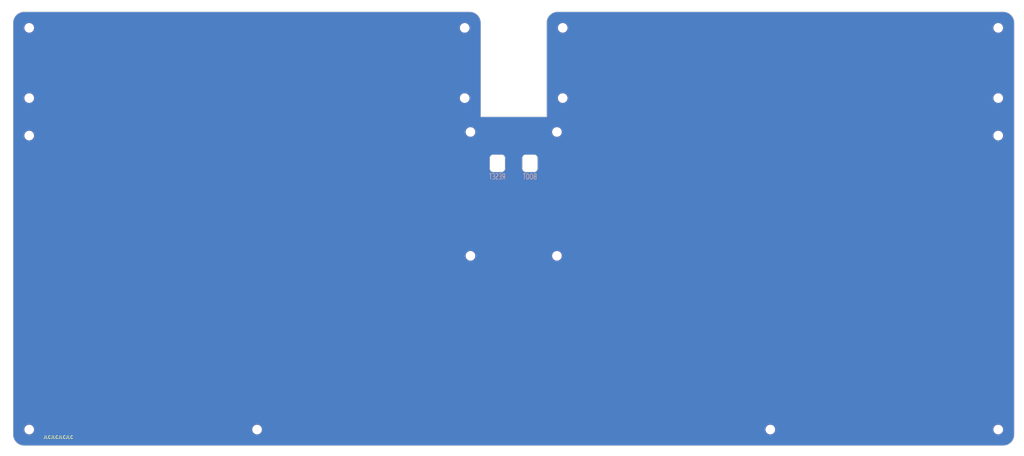
<source format=kicad_pcb>
(kicad_pcb (version 20221018) (generator pcbnew)
  (title_block (title "ISW-OOZY") (rev "1.0"))
  (layers (0 "F.Cu" signal) (31 "B.Cu" signal) (34 "B.Paste" user) (35 "F.Paste" user) (36 "B.SilkS" user "B.Silkscreen") (37 "F.SilkS" user "F.Silkscreen") (38 "B.Mask" user) (39 "F.Mask" user) (44 "Edge.Cuts" user))
  (net 0 "")
  (footprint "kbd_Hole:m2_Screw_Hole" (layer "F.Cu") (at 151.778429 94.452691)
    (fp_text reference "Ref**")
    (fp_text value "Val**")
    (pad "" np_thru_hole circle (at 0 0) (size 2.2 2.2) (drill 2.2) (layers "F&B.Cu" "*.Mask"))
  )
  (footprint "kbd_Hole:m2_Screw_Hole" (layer "F.Cu") (at 151.778429 60.177697)
    (fp_text reference "Ref**")
    (fp_text value "Val**")
    (pad "" np_thru_hole circle (at 0 0) (size 2.2 2.2) (drill 2.2) (layers "F&B.Cu" "*.Mask"))
  )
  (footprint "kbd_Hole:m2_Screw_Hole" (layer "F.Cu") (at 234.752821 142.521478)
    (fp_text reference "Ref**")
    (fp_text value "Val**")
    (pad "" np_thru_hole circle (at 0 0) (size 2.2 2.2) (drill 2.2) (layers "F&B.Cu" "*.Mask"))
  )
  (footprint "kbd_Hole:m2_Screw_Hole" (layer "F.Cu") (at 177.302244 31.371462)
    (fp_text reference "Ref**")
    (fp_text value "Val**")
    (pad "" np_thru_hole circle (at 0 0) (size 2.2 2.2) (drill 2.2) (layers "F&B.Cu" "*.Mask"))
  )
  (footprint "kbd_Hole:m2_Screw_Hole" (layer "F.Cu") (at 150.178232 31.371462)
    (fp_text reference "Ref**")
    (fp_text value "Val**")
    (pad "" np_thru_hole circle (at 0 0) (size 2.2 2.2) (drill 2.2) (layers "F&B.Cu" "*.Mask"))
  )
  (footprint "kbd_Hole:m2_Screw_Hole" (layer "F.Cu") (at 177.302244 50.802809)
    (fp_text reference "Ref**")
    (fp_text value "Val**")
    (pad "" np_thru_hole circle (at 0 0) (size 2.2 2.2) (drill 2.2) (layers "F&B.Cu" "*.Mask"))
  )
  (footprint "kbd_Hole:m2_Screw_Hole" (layer "F.Cu") (at 297.815 142.521478)
    (fp_text reference "Ref**")
    (fp_text value "Val**")
    (pad "" np_thru_hole circle (at 0 0) (size 2.2 2.2) (drill 2.2) (layers "F&B.Cu" "*.Mask"))
  )
  (footprint "kbd_Hole:m2_Screw_Hole" (layer "F.Cu") (at 29.665335 61.17764)
    (fp_text reference "Ref**")
    (fp_text value "Val**")
    (pad "" np_thru_hole circle (at 0 0) (size 2.2 2.2) (drill 2.2) (layers "F&B.Cu" "*.Mask"))
  )
  (footprint "kbd_Hole:m2_Screw_Hole" (layer "F.Cu") (at 297.815 61.17764)
    (fp_text reference "Ref**")
    (fp_text value "Val**")
    (pad "" np_thru_hole circle (at 0 0) (size 2.2 2.2) (drill 2.2) (layers "F&B.Cu" "*.Mask"))
  )
  (footprint "kbd_Hole:m2_Screw_Hole" (layer "F.Cu") (at 29.665335 31.371462)
    (fp_text reference "Ref**")
    (fp_text value "Val**")
    (pad "" np_thru_hole circle (at 0 0) (size 2.2 2.2) (drill 2.2) (layers "*.Cu" "*.Mask"))
  )
  (footprint "kbd_Hole:m2_Screw_Hole" (layer "F.Cu") (at 92.727674 142.521478)
    (fp_text reference "Ref**")
    (fp_text value "Val**")
    (pad "" np_thru_hole circle (at 0 0) (size 2.2 2.2) (drill 2.2) (layers "F&B.Cu" "*.Mask"))
  )
  (footprint "kbd_Hole:m2_Screw_Hole" (layer "F.Cu") (at 297.815 31.371462)
    (fp_text reference "Ref**")
    (fp_text value "Val**")
    (pad "" np_thru_hole circle (at 0 0) (size 2.2 2.2) (drill 2.2) (layers "F&B.Cu" "*.Mask"))
  )
  (footprint "kbd_Hole:m2_Screw_Hole" (layer "F.Cu") (at 175.702223 94.452691)
    (fp_text reference "Ref**")
    (fp_text value "Val**")
    (pad "" np_thru_hole circle (at 0 0) (size 2.2 2.2) (drill 2.2) (layers "F&B.Cu" "*.Mask"))
  )
  (footprint "kbd_Hole:m2_Screw_Hole" (layer "F.Cu") (at 150.178232 50.802809)
    (fp_text reference "Ref**")
    (fp_text value "Val**")
    (pad "" np_thru_hole circle (at 0 0) (size 2.2 2.2) (drill 2.2) (layers "F&B.Cu" "*.Mask"))
  )
  (footprint "kbd_Hole:m2_Screw_Hole" (layer "F.Cu") (at 29.665335 142.521478)
    (fp_text reference "Ref**")
    (fp_text value "Val**")
    (pad "" np_thru_hole circle (at 0 0) (size 2.2 2.2) (drill 2.2) (layers "F&B.Cu" "*.Mask"))
  )
  (footprint "kbd_Hole:m2_Screw_Hole" (layer "F.Cu") (at 29.665335 50.802809)
    (fp_text reference "Ref**")
    (fp_text value "Val**")
    (pad "" np_thru_hole circle (at 0 0) (size 2.2 2.2) (drill 2.2) (layers "F&B.Cu" "*.Mask"))
  )
  (footprint "kbd_Hole:m2_Screw_Hole" (layer "F.Cu") (at 175.702223 60.177697)
    (fp_text reference "Ref**")
    (fp_text value "Val**")
    (pad "" np_thru_hole circle (at 0 0) (size 2.2 2.2) (drill 2.2) (layers "F&B.Cu" "*.Mask"))
  )
  (footprint "kbd_Hole:m2_Screw_Hole" (layer "F.Cu") (at 297.815 50.802809)
    (fp_text reference "Ref**")
    (fp_text value "Val**")
    (pad "" np_thru_hole circle (at 0 0) (size 2.2 2.2) (drill 2.2) (layers "F&B.Cu" "*.Mask"))
  )
  (gr_line (start 27.072871 27.182443) (end 27.209082 27.1287) (stroke (width 0.1)) (layer "Edge.Cuts"))
  (gr_line (start 173.860382 27.726246) (end 173.96926 27.631928) (stroke (width 0.1)) (layer "Edge.Cuts"))
  (gr_line (start 166.504078 66.681191) (end 166.541863 66.651492) (stroke (width 0.1)) (layer "Edge.Cuts"))
  (gr_line (start 175.722759 26.950477) (end 175.877028 26.946571) (stroke (width 0.1)) (layer "Edge.Cuts"))
  (gr_line (start 299.696794 146.911884) (end 299.54674 146.930976) (stroke (width 0.1)) (layer "Edge.Cuts"))
  (gr_line (start 157.663638 66.573488) (end 157.706758 66.551394) (stroke (width 0.1)) (layer "Edge.Cuts"))
  (gr_line (start 166.284875 70.771082) (end 166.260786 70.729215) (stroke (width 0.1)) (layer "Edge.Cuts"))
  (gr_line (start 166.145194 70.354999) (end 166.14133 70.304258) (stroke (width 0.1)) (layer "Edge.Cuts"))
  (gr_line (start 161.047098 70.95964) (end 161.01236 70.992754) (stroke (width 0.1)) (layer "Edge.Cuts"))
  (gr_line (start 169.976128 66.681191) (end 170.012421 66.712632) (stroke (width 0.1)) (layer "Edge.Cuts"))
  (gr_line (start 28.085856 146.94257) (end 27.933588 146.930976) (stroke (width 0.1)) (layer "Edge.Cuts"))
  (gr_line (start 160.589869 66.484228) (end 160.637318 66.497712) (stroke (width 0.1)) (layer "Edge.Cuts"))
  (gr_line (start 161.33495 70.354999) (end 161.328587 70.405006) (stroke (width 0.1)) (layer "Edge.Cuts"))
  (gr_line (start 301.554769 28.038684) (end 301.643868 28.152028) (stroke (width 0.1)) (layer "Edge.Cuts"))
  (gr_line (start 28.085856 26.950461) (end 28.240138 26.946555) (stroke (width 0.1)) (layer "Edge.Cuts"))
  (gr_line (start 300.271211 146.764313) (end 300.131855 146.811507) (stroke (width 0.1)) (layer "Edge.Cuts"))
  (gr_line (start 301.805623 145.501589) (end 301.727549 145.623314) (stroke (width 0.1)) (layer "Edge.Cuts"))
  (gr_line (start 166.151558 67.300608) (end 166.160357 67.251371) (stroke (width 0.1)) (layer "Edge.Cuts"))
  (gr_line (start 302.20565 144.403084) (end 302.179245 144.550756) (stroke (width 0.1)) (layer "Edge.Cuts"))
  (gr_line (start 302.240248 29.94659) (end 302.240248 143.946469) (stroke (width 0.1)) (layer "Edge.Cuts"))
  (gr_line (start 157.842908 66.497712) (end 157.890346 66.484228) (stroke (width 0.1)) (layer "Edge.Cuts"))
  (gr_line (start 160.85849 71.107787) (end 160.816609 71.131873) (stroke (width 0.1)) (layer "Edge.Cuts"))
  (gr_line (start 170.308676 67.202996) (end 170.319849 67.251371) (stroke (width 0.1)) (layer "Edge.Cuts"))
  (gr_line (start 170.319849 67.251371) (end 170.328648 67.300608) (stroke (width 0.1)) (layer "Edge.Cuts"))
  (gr_line (start 300.795268 146.511897) (end 300.669637 146.584168) (stroke (width 0.1)) (layer "Edge.Cuts"))
  (gr_line (start 25.244045 29.792282) (end 25.255639 29.64) (stroke (width 0.1)) (layer "Edge.Cuts"))
  (gr_line (start 166.238692 70.686109) (end 166.218657 70.641829) (stroke (width 0.1)) (layer "Edge.Cuts"))
  (gr_line (start 170.141418 70.85085) (end 170.111721 70.888625) (stroke (width 0.1)) (layer "Edge.Cuts"))
  (gr_line (start 157.433117 66.745754) (end 157.467865 66.712632) (stroke (width 0.1)) (layer "Edge.Cuts"))
  (gr_line (start 169.858551 66.597578) (end 169.89913 66.623601) (stroke (width 0.1)) (layer "Edge.Cuts"))
  (gr_line (start 301.944192 28.646361) (end 302.004309 28.779238) (stroke (width 0.1)) (layer "Edge.Cuts"))
  (gr_line (start 166.621654 66.597578) (end 166.663536 66.573488) (stroke (width 0.1)) (layer "Edge.Cuts"))
  (gr_line (start 173.311619 28.391382) (end 173.389692 28.269658) (stroke (width 0.1)) (layer "Edge.Cuts"))
  (gr_line (start 160.976067 71.024189) (end 160.938282 71.053882) (stroke (width 0.1)) (layer "Edge.Cuts"))
  (gr_line (start 169.58993 66.484228) (end 169.637379 66.497712) (stroke (width 0.1)) (layer "Edge.Cuts"))
  (gr_line (start 160.899069 71.081768) (end 160.85849 71.107787) (stroke (width 0.1)) (layer "Edge.Cuts"))
  (gr_line (start 172.937999 29.342247) (end 172.971525 29.197147) (stroke (width 0.1)) (layer "Edge.Cuts"))
  (gr_line (start 161.308615 67.202996) (end 161.319788 67.251371) (stroke (width 0.1)) (layer "Edge.Cuts"))
  (gr_line (start 166.200742 70.596436) (end 166.185012 70.549995) (stroke (width 0.1)) (layer "Edge.Cuts"))
  (gr_line (start 26.019872 145.963166) (end 25.925551 145.854291) (stroke (width 0.1)) (layer "Edge.Cuts"))
  (gr_line (start 26.119234 27.825591) (end 26.223446 27.726233) (stroke (width 0.1)) (layer "Edge.Cuts"))
  (gr_line (start 157.467865 70.992754) (end 157.433117 70.95964) (stroke (width 0.1)) (layer "Edge.Cuts"))
  (gr_line (start 169.637379 66.497712) (end 169.683841 66.513442) (stroke (width 0.1)) (layer "Edge.Cuts"))
  (gr_line (start 157.338825 70.85085) (end 157.310923 70.811648) (stroke (width 0.1)) (layer "Edge.Cuts"))
  (gr_line (start 300.669637 27.308844) (end 300.795268 27.381109) (stroke (width 0.1)) (layer "Edge.Cuts"))
  (gr_line (start 157.200709 67.109083) (end 157.218635 67.063671) (stroke (width 0.1)) (layer "Edge.Cuts"))
  (gr_line (start 167.088692 66.454028) (end 167.140135 66.452726) (stroke (width 0.1)) (layer "Edge.Cuts"))
  (gr_line (start 301.805623 28.391382) (end 301.8779 28.517013) (stroke (width 0.1)) (layer "Edge.Cuts"))
  (gr_line (start 28.240138 26.946555) (end 151.603102 26.946555) (stroke (width 0.1)) (layer "Edge.Cuts"))
  (gr_line (start 299.696794 26.98116) (end 299.844457 27.007559) (stroke (width 0.1)) (layer "Edge.Cuts"))
  (gr_line (start 157.621756 71.107787) (end 157.581174 71.081768) (stroke (width 0.1)) (layer "Edge.Cuts"))
  (gr_line (start 154.587618 29.64) (end 154.599211 29.792282) (stroke (width 0.1)) (layer "Edge.Cuts"))
  (gr_line (start 27.209082 27.1287) (end 27.348442 27.08151) (stroke (width 0.1)) (layer "Edge.Cuts"))
  (gr_line (start 26.33232 146.261062) (end 26.223446 146.16674) (stroke (width 0.1)) (layer "Edge.Cuts"))
  (gr_line (start 26.939998 146.650454) (end 26.810652 146.584168) (stroke (width 0.1)) (layer "Edge.Cuts"))
  (gr_line (start 161.219359 70.729215) (end 161.19527 70.771082) (stroke (width 0.1)) (layer "Edge.Cuts"))
  (gr_line (start 160.541494 66.473055) (end 160.589869 66.484228) (stroke (width 0.1)) (layer "Edge.Cuts"))
  (gr_line (start 157.581174 66.623601) (end 157.621756 66.597578) (stroke (width 0.1)) (layer "Edge.Cuts"))
  (gr_line (start 302.20565 29.48993) (end 302.224745 29.640008) (stroke (width 0.1)) (layer "Edge.Cuts"))
  (gr_line (start 175.1277 27.041077) (end 175.272784 27.007559) (stroke (width 0.1)) (layer "Edge.Cuts"))
  (gr_line (start 161.11166 70.888625) (end 161.080219 70.924909) (stroke (width 0.1)) (layer "Edge.Cuts"))
  (gr_line (start 158.088677 66.454028) (end 158.140089 66.452726) (stroke (width 0.1)) (layer "Edge.Cuts"))
  (gr_line (start 153.032681 27.308829) (end 153.158311 27.381095) (stroke (width 0.1)) (layer "Edge.Cuts"))
  (gr_line (start 169.340071 66.452726) (end 169.391514 66.454028) (stroke (width 0.1)) (layer "Edge.Cuts"))
  (gr_line (start 170.21942 70.729215) (end 170.195331 70.771082) (stroke (width 0.1)) (layer "Edge.Cuts"))
  (gr_line (start 172.971525 29.197147) (end 173.011982 29.05482) (stroke (width 0.1)) (layer "Edge.Cuts"))
  (gr_line (start 157.139952 70.252847) (end 157.139952 67.452859) (stroke (width 0.1)) (layer "Edge.Cuts"))
  (gr_line (start 302.004309 28.779238) (end 302.058062 28.915453) (stroke (width 0.1)) (layer "Edge.Cuts"))
  (gr_line (start 154.09052 28.269647) (end 154.168581 28.391372) (stroke (width 0.1)) (layer "Edge.Cuts"))
  (gr_line (start 169.541555 66.473055) (end 169.58993 66.484228) (stroke (width 0.1)) (layer "Edge.Cuts"))
  (gr_line (start 166.200742 67.109083) (end 166.218657 67.063671) (stroke (width 0.1)) (layer "Edge.Cuts"))
  (gr_line (start 166.218657 70.641829) (end 166.200742 70.596436) (stroke (width 0.1)) (layer "Edge.Cuts"))
  (gr_line (start 154.508612 29.197139) (end 154.54213 29.342239) (stroke (width 0.1)) (layer "Edge.Cuts"))
  (gr_line (start 170.111721 66.816788) (end 170.141418 66.854574) (stroke (width 0.1)) (layer "Edge.Cuts"))
  (gr_line (start 161.295132 67.155546) (end 161.308615 67.202996) (stroke (width 0.1)) (layer "Edge.Cuts"))
  (gr_line (start 25.674716 28.391372) (end 25.752784 28.269647) (stroke (width 0.1)) (layer "Edge.Cuts"))
  (gr_line (start 154.54213 29.342239) (end 154.568528 29.489922) (stroke (width 0.1)) (layer "Edge.Cuts"))
  (gr_line (start 153.511009 27.631916) (end 153.61988 27.726233) (stroke (width 0.1)) (layer "Edge.Cuts"))
  (gr_line (start 166.987886 66.464256) (end 167.037921 66.457892) (stroke (width 0.1)) (layer "Edge.Cuts"))
  (gr_line (start 173.656798 27.929812) (end 173.756165 27.825603) (stroke (width 0.1)) (layer "Edge.Cuts"))
  (gr_line (start 157.399986 70.924909) (end 157.368534 70.888625) (stroke (width 0.1)) (layer "Edge.Cuts"))
  (gr_line (start 26.223446 27.726233) (end 26.33232 27.631916) (stroke (width 0.1)) (layer "Edge.Cuts"))
  (gr_line (start 301.147979 27.631928) (end 301.256857 27.726246) (stroke (width 0.1)) (layer "Edge.Cuts"))
  (gr_line (start 173.389692 28.269658) (end 173.473372 28.152028) (stroke (width 0.1)) (layer "Edge.Cuts"))
  (gr_line (start 301.727549 145.623314) (end 301.643868 145.740944) (stroke (width 0.1)) (layer "Edge.Cuts"))
  (gr_line (start 166.663536 71.131873) (end 166.621654 71.107787) (stroke (width 0.1)) (layer "Edge.Cuts"))
  (gr_line (start 301.727549 28.269658) (end 301.805623 28.391382) (stroke (width 0.1)) (layer "Edge.Cuts"))
  (gr_line (start 166.399925 70.924909) (end 166.368485 70.888625) (stroke (width 0.1)) (layer "Edge.Cuts"))
  (gr_line (start 173.756165 27.825603) (end 173.860382 27.726246) (stroke (width 0.1)) (layer "Edge.Cuts"))
  (gr_line (start 170.328648 70.405006) (end 170.319849 70.454217) (stroke (width 0.1)) (layer "Edge.Cuts"))
  (gr_line (start 172.876997 56.00275) (end 172.876997 29.94659) (stroke (width 0.1)) (layer "Edge.Cuts"))
  (gr_line (start 174.985385 27.081525) (end 175.1277 27.041077) (stroke (width 0.1)) (layer "Edge.Cuts"))
  (gr_line (start 161.338815 67.401415) (end 161.340117 67.452859) (stroke (width 0.1)) (layer "Edge.Cuts"))
  (gr_line (start 154.468164 29.054811) (end 154.508612 29.197139) (stroke (width 0.1)) (layer "Edge.Cuts"))
  (gr_line (start 301.8779 145.375959) (end 301.805623 145.501589) (stroke (width 0.1)) (layer "Edge.Cuts"))
  (gr_line (start 169.938343 71.053882) (end 169.89913 71.081768) (stroke (width 0.1)) (layer "Edge.Cuts"))
  (gr_line (start 170.319849 70.454217) (end 170.308676 70.502567) (stroke (width 0.1)) (layer "Edge.Cuts"))
  (gr_line (start 160.816609 71.131873) (end 160.773488 71.153965) (stroke (width 0.1)) (layer "Edge.Cuts"))
  (gr_line (start 157.796456 71.191912) (end 157.751051 71.173999) (stroke (width 0.1)) (layer "Edge.Cuts"))
  (gr_line (start 170.261549 70.641829) (end 170.241514 70.686109) (stroke (width 0.1)) (layer "Edge.Cuts"))
  (gr_line (start 25.240138 29.946582) (end 25.244045 29.792282) (stroke (width 0.1)) (layer "Edge.Cuts"))
  (gr_line (start 25.925551 28.038672) (end 26.019872 27.929801) (stroke (width 0.1)) (layer "Edge.Cuts"))
  (gr_line (start 161.279402 70.596436) (end 161.261488 70.641829) (stroke (width 0.1)) (layer "Edge.Cuts"))
  (gr_line (start 160.34001 66.452726) (end 160.391453 66.454028) (stroke (width 0.1)) (layer "Edge.Cuts"))
  (gr_line (start 166.338788 70.85085) (end 166.310897 70.811648) (stroke (width 0.1)) (layer "Edge.Cuts"))
  (gr_line (start 170.141418 66.854574) (end 170.169309 66.893788) (stroke (width 0.1)) (layer "Edge.Cuts"))
  (gr_line (start 26.685022 146.511897) (end 26.563297 146.43383) (stroke (width 0.1)) (layer "Edge.Cuts"))
  (gr_line (start 157.171477 67.202996) (end 157.184969 67.155546) (stroke (width 0.1)) (layer "Edge.Cuts"))
  (gr_line (start 161.279402 67.109083) (end 161.295132 67.155546) (stroke (width 0.1)) (layer "Edge.Cuts"))
  (gr_line (start 170.195331 66.934368) (end 170.21942 66.97625) (stroke (width 0.1)) (layer "Edge.Cuts"))
  (gr_line (start 26.563297 27.459158) (end 26.685022 27.381095) (stroke (width 0.1)) (layer "Edge.Cuts"))
  (gr_line (start 26.119234 146.067378) (end 26.019872 145.963166) (stroke (width 0.1)) (layer "Edge.Cuts"))
  (gr_line (start 300.407419 27.182458) (end 300.540291 27.242563) (stroke (width 0.1)) (layer "Edge.Cuts"))
  (gr_line (start 302.179245 29.342247) (end 302.20565 29.48993) (stroke (width 0.1)) (layer "Edge.Cuts"))
  (gr_line (start 27.783524 146.911884) (end 27.635852 146.885482) (stroke (width 0.1)) (layer "Edge.Cuts"))
  (gr_line (start 166.310897 66.893788) (end 166.338788 66.854574) (stroke (width 0.1)) (layer "Edge.Cuts"))
  (gr_line (start 27.490762 146.85196) (end 27.348442 146.811507) (stroke (width 0.1)) (layer "Edge.Cuts"))
  (gr_line (start 153.724089 27.825591) (end 153.823446 27.929801) (stroke (width 0.1)) (layer "Edge.Cuts"))
  (gr_line (start 170.338876 70.304258) (end 170.335011 70.354999) (stroke (width 0.1)) (layer "Edge.Cuts"))
  (gr_line (start 160.391453 66.454028) (end 160.442224 66.457892) (stroke (width 0.1)) (layer "Edge.Cuts"))
  (gr_line (start 160.938282 71.053882) (end 160.899069 71.081768) (stroke (width 0.1)) (layer "Edge.Cuts"))
  (gr_line (start 27.783524 26.981144) (end 27.933588 26.962054) (stroke (width 0.1)) (layer "Edge.Cuts"))
  (gr_line (start 157.663638 71.131873) (end 157.621756 71.107787) (stroke (width 0.1)) (layer "Edge.Cuts"))
  (gr_line (start 166.17153 70.502567) (end 166.160357 70.454217) (stroke (width 0.1)) (layer "Edge.Cuts"))
  (gr_line (start 152.770456 27.182443) (end 152.903332 27.242549) (stroke (width 0.1)) (layer "Edge.Cuts"))
  (gr_line (start 301.034628 27.542841) (end 301.147979 27.631928) (stroke (width 0.1)) (layer "Edge.Cuts"))
  (gr_line (start 157.433117 70.95964) (end 157.399986 70.924909) (stroke (width 0.1)) (layer "Edge.Cuts"))
  (gr_line (start 157.399986 66.780494) (end 157.433117 66.745754) (stroke (width 0.1)) (layer "Edge.Cuts"))
  (gr_line (start 167.140135 71.252626) (end 167.088692 71.251324) (stroke (width 0.1)) (layer "Edge.Cuts"))
  (gr_line (start 175.570502 26.96207) (end 175.722759 26.950477) (stroke (width 0.1)) (layer "Edge.Cuts"))
  (gr_line (start 170.08028 70.924909) (end 170.047159 70.95964) (stroke (width 0.1)) (layer "Edge.Cuts"))
  (gr_line (start 26.445667 27.542827) (end 26.563297 27.459158) (stroke (width 0.1)) (layer "Edge.Cuts"))
  (gr_line (start 160.442224 71.247459) (end 160.391453 71.251324) (stroke (width 0.1)) (layer "Edge.Cuts"))
  (gr_line (start 166.433046 66.745754) (end 166.467785 66.712632) (stroke (width 0.1)) (layer "Edge.Cuts"))
  (gr_line (start 157.706758 71.153965) (end 157.663638 71.131873) (stroke (width 0.1)) (layer "Edge.Cuts"))
  (gr_line (start 157.541957 66.651492) (end 157.581174 66.623601) (stroke (width 0.1)) (layer "Edge.Cuts"))
  (gr_line (start 169.858551 71.107787) (end 169.81667 71.131873) (stroke (width 0.1)) (layer "Edge.Cuts"))
  (gr_line (start 302.004309 145.113739) (end 301.944192 145.246612) (stroke (width 0.1)) (layer "Edge.Cuts"))
  (gr_line (start 170.241514 70.686109) (end 170.21942 70.729215) (stroke (width 0.1)) (layer "Edge.Cuts"))
  (gr_line (start 302.105262 29.05482) (end 302.145719 29.197147) (stroke (width 0.1)) (layer "Edge.Cuts"))
  (gr_line (start 153.823446 27.929801) (end 153.917763 28.038672) (stroke (width 0.1)) (layer "Edge.Cuts"))
  (gr_line (start 27.635852 146.885482) (end 27.490762 146.85196) (stroke (width 0.1)) (layer "Edge.Cuts"))
  (gr_line (start 166.890276 71.221124) (end 166.842827 71.207642) (stroke (width 0.1)) (layer "Edge.Cuts"))
  (gr_line (start 166.796365 66.513442) (end 166.842827 66.497712) (stroke (width 0.1)) (layer "Edge.Cuts"))
  (gr_line (start 25.255639 29.64) (end 25.274731 29.489922) (stroke (width 0.1)) (layer "Edge.Cuts"))
  (gr_line (start 161.319788 67.251371) (end 161.328587 67.300608) (stroke (width 0.1)) (layer "Edge.Cuts"))
  (gr_line (start 169.492319 66.464256) (end 169.541555 66.473055) (stroke (width 0.1)) (layer "Edge.Cuts"))
  (gr_line (start 160.492258 71.241096) (end 160.442224 71.247459) (stroke (width 0.1)) (layer "Edge.Cuts"))
  (gr_line (start 27.348442 27.08151) (end 27.490762 27.041061) (stroke (width 0.1)) (layer "Edge.Cuts"))
  (gr_line (start 157.238682 70.686109) (end 157.218635 70.641829) (stroke (width 0.1)) (layer "Edge.Cuts"))
  (gr_line (start 169.340071 71.252626) (end 167.140135 71.252626) (stroke (width 0.1)) (layer "Edge.Cuts"))
  (gr_line (start 301.034628 146.350155) (end 300.916995 146.43383) (stroke (width 0.1)) (layer "Edge.Cuts"))
  (gr_line (start 300.271211 27.128715) (end 300.407419 27.182458) (stroke (width 0.1)) (layer "Edge.Cuts"))
  (gr_line (start 25.476049 28.779228) (end 25.53616 28.646351) (stroke (width 0.1)) (layer "Edge.Cuts"))
  (gr_line (start 166.185012 70.549995) (end 166.17153 70.502567) (stroke (width 0.1)) (layer "Edge.Cuts"))
  (gr_line (start 158.088677 71.251324) (end 158.037933 71.247459) (stroke (width 0.1)) (layer "Edge.Cuts"))
  (gr_line (start 300.669637 146.584168) (end 300.540291 146.650454) (stroke (width 0.1)) (layer "Edge.Cuts"))
  (gr_line (start 299.240217 146.946477) (end 28.240138 146.946477) (stroke (width 0.1)) (layer "Edge.Cuts"))
  (gr_line (start 161.340117 70.252847) (end 161.338815 70.304258) (stroke (width 0.1)) (layer "Edge.Cuts"))
  (gr_line (start 299.394485 146.94257) (end 299.240217 146.946477) (stroke (width 0.1)) (layer "Edge.Cuts"))
  (gr_line (start 27.490762 27.041061) (end 27.635852 27.007543) (stroke (width 0.1)) (layer "Edge.Cuts"))
  (gr_line (start 166.706656 71.153965) (end 166.663536 71.131873) (stroke (width 0.1)) (layer "Edge.Cuts"))
  (gr_line (start 157.504166 71.024189) (end 157.467865 70.992754) (stroke (width 0.1)) (layer "Edge.Cuts"))
  (gr_line (start 26.223446 146.16674) (end 26.119234 146.067378) (stroke (width 0.1)) (layer "Edge.Cuts"))
  (gr_line (start 25.752784 145.623314) (end 25.674716 145.501589) (stroke (width 0.1)) (layer "Edge.Cuts"))
  (gr_line (start 154.603117 56.00275) (end 172.876997 56.00275) (stroke (width 0.1)) (layer "Edge.Cuts"))
  (gr_line (start 166.260786 70.729215) (end 166.238692 70.686109) (stroke (width 0.1)) (layer "Edge.Cuts"))
  (gr_line (start 160.938282 66.651492) (end 160.976067 66.681191) (stroke (width 0.1)) (layer "Edge.Cuts"))
  (gr_line (start 25.240138 143.946469) (end 25.240138 29.946582) (stroke (width 0.1)) (layer "Edge.Cuts"))
  (gr_line (start 169.976128 71.024189) (end 169.938343 71.053882) (stroke (width 0.1)) (layer "Edge.Cuts"))
  (gr_line (start 151.909685 26.962054) (end 152.059763 26.981144) (stroke (width 0.1)) (layer "Edge.Cuts"))
  (gr_line (start 157.200709 70.596436) (end 157.184969 70.549995) (stroke (width 0.1)) (layer "Edge.Cuts"))
  (gr_line (start 161.295132 70.549995) (end 161.279402 70.596436) (stroke (width 0.1)) (layer "Edge.Cuts"))
  (gr_line (start 167.037921 66.457892) (end 167.088692 66.454028) (stroke (width 0.1)) (layer "Edge.Cuts"))
  (gr_line (start 173.562471 28.038684) (end 173.656798 27.929812) (stroke (width 0.1)) (layer "Edge.Cuts"))
  (gr_line (start 166.541863 66.651492) (end 166.581076 66.623601) (stroke (width 0.1)) (layer "Edge.Cuts"))
  (gr_line (start 160.541494 71.232296) (end 160.492258 71.241096) (stroke (width 0.1)) (layer "Edge.Cuts"))
  (gr_line (start 157.751051 66.531357) (end 157.796456 66.513442) (stroke (width 0.1)) (layer "Edge.Cuts"))
  (gr_line (start 300.131855 27.081525) (end 300.271211 27.128715) (stroke (width 0.1)) (layer "Edge.Cuts"))
  (gr_line (start 157.141255 67.401415) (end 157.145122 67.350644) (stroke (width 0.1)) (layer "Edge.Cuts"))
  (gr_line (start 157.160296 70.454217) (end 157.15149 70.405006) (stroke (width 0.1)) (layer "Edge.Cuts"))
  (gr_line (start 161.261488 70.641829) (end 161.241453 70.686109) (stroke (width 0.1)) (layer "Edge.Cuts"))
  (gr_line (start 169.81667 66.573488) (end 169.858551 66.597578) (stroke (width 0.1)) (layer "Edge.Cuts"))
  (gr_line (start 25.836458 145.740944) (end 25.752784 145.623314) (stroke (width 0.1)) (layer "Edge.Cuts"))
  (gr_line (start 166.140028 70.252847) (end 166.140028 67.452859) (stroke (width 0.1)) (layer "Edge.Cuts"))
  (gr_line (start 166.284875 66.934368) (end 166.310897 66.893788) (stroke (width 0.1)) (layer "Edge.Cuts"))
  (gr_line (start 166.581076 66.623601) (end 166.621654 66.597578) (stroke (width 0.1)) (layer "Edge.Cuts"))
  (gr_line (start 300.131855 146.811507) (end 299.98954 146.85196) (stroke (width 0.1)) (layer "Edge.Cuts"))
  (gr_line (start 160.976067 66.681191) (end 161.01236 66.712632) (stroke (width 0.1)) (layer "Edge.Cuts"))
  (gr_line (start 173.96926 27.631928) (end 174.08261 27.542841) (stroke (width 0.1)) (layer "Edge.Cuts"))
  (gr_line (start 158.037933 71.247459) (end 157.987921 71.241096) (stroke (width 0.1)) (layer "Edge.Cuts"))
  (gr_line (start 166.750954 66.531357) (end 166.796365 66.513442) (stroke (width 0.1)) (layer "Edge.Cuts"))
  (gr_line (start 153.61988 27.726233) (end 153.724089 27.825591) (stroke (width 0.1)) (layer "Edge.Cuts"))
  (gr_line (start 170.335011 67.350644) (end 170.338876 67.401415) (stroke (width 0.1)) (layer "Edge.Cuts"))
  (gr_line (start 157.504166 66.681191) (end 157.541957 66.651492) (stroke (width 0.1)) (layer "Edge.Cuts"))
  (gr_line (start 166.750954 71.173999) (end 166.706656 71.153965) (stroke (width 0.1)) (layer "Edge.Cuts"))
  (gr_line (start 166.399925 66.780494) (end 166.433046 66.745754) (stroke (width 0.1)) (layer "Edge.Cuts"))
  (gr_line (start 166.433046 70.95964) (end 166.399925 70.924909) (stroke (width 0.1)) (layer "Edge.Cuts"))
  (gr_line (start 173.173051 28.646361) (end 173.239342 28.517013) (stroke (width 0.1)) (layer "Edge.Cuts"))
  (gr_line (start 157.160296 67.251371) (end 157.171477 67.202996) (stroke (width 0.1)) (layer "Edge.Cuts"))
  (gr_line (start 25.422302 144.977527) (end 25.375107 144.838167) (stroke (width 0.1)) (layer "Edge.Cuts"))
  (gr_line (start 300.540291 27.242563) (end 300.669637 27.308844) (stroke (width 0.1)) (layer "Edge.Cuts"))
  (gr_line (start 160.589869 71.221124) (end 160.541494 71.232296) (stroke (width 0.1)) (layer "Edge.Cuts"))
  (gr_line (start 152.352546 27.041061) (end 152.494874 27.08151) (stroke (width 0.1)) (layer "Edge.Cuts"))
  (gr_line (start 157.260788 70.729215) (end 157.238682 70.686109) (stroke (width 0.1)) (layer "Edge.Cuts"))
  (gr_line (start 174.200243 27.459171) (end 174.32197 27.381109) (stroke (width 0.1)) (layer "Edge.Cuts"))
  (gr_line (start 160.85849 66.597578) (end 160.899069 66.623601) (stroke (width 0.1)) (layer "Edge.Cuts"))
  (gr_line (start 157.284889 70.771082) (end 157.260788 70.729215) (stroke (width 0.1)) (layer "Edge.Cuts"))
  (gr_line (start 160.34001 71.252626) (end 158.140089 71.252626) (stroke (width 0.1)) (layer "Edge.Cuts"))
  (gr_line (start 28.240138 146.946477) (end 28.085856 146.94257) (stroke (width 0.1)) (layer "Edge.Cuts"))
  (gr_line (start 157.467865 66.712632) (end 157.504166 66.681191) (stroke (width 0.1)) (layer "Edge.Cuts"))
  (gr_line (start 302.179245 144.550756) (end 302.145719 144.695847) (stroke (width 0.1)) (layer "Edge.Cuts"))
  (gr_line (start 166.151558 70.405006) (end 166.145194 70.354999) (stroke (width 0.1)) (layer "Edge.Cuts"))
  (gr_line (start 166.310897 70.811648) (end 166.284875 70.771082) (stroke (width 0.1)) (layer "Edge.Cuts"))
  (gr_line (start 160.729191 66.531357) (end 160.773488 66.551394) (stroke (width 0.1)) (layer "Edge.Cuts"))
  (gr_line (start 170.08028 66.780494) (end 170.111721 66.816788) (stroke (width 0.1)) (layer "Edge.Cuts"))
  (gr_line (start 161.169248 70.811648) (end 161.141357 70.85085) (stroke (width 0.1)) (layer "Edge.Cuts"))
  (gr_line (start 172.8925 29.640008) (end 172.911595 29.48993) (stroke (width 0.1)) (layer "Edge.Cuts"))
  (gr_line (start 174.846028 27.128715) (end 174.985385 27.081525) (stroke (width 0.1)) (layer "Edge.Cuts"))
  (gr_line (start 157.139952 67.452859) (end 157.141255 67.401415) (stroke (width 0.1)) (layer "Edge.Cuts"))
  (gr_line (start 170.111721 70.888625) (end 170.08028 70.924909) (stroke (width 0.1)) (layer "Edge.Cuts"))
  (gr_line (start 154.603117 29.946582) (end 154.603117 56.00275) (stroke (width 0.1)) (layer "Edge.Cuts"))
  (gr_line (start 153.280036 27.459158) (end 153.397664 27.542827) (stroke (width 0.1)) (layer "Edge.Cuts"))
  (gr_line (start 302.058062 144.977527) (end 302.004309 145.113739) (stroke (width 0.1)) (layer "Edge.Cuts"))
  (gr_line (start 301.361075 27.825603) (end 301.460442 27.929812) (stroke (width 0.1)) (layer "Edge.Cuts"))
  (gr_line (start 25.301133 144.550756) (end 25.274731 144.403084) (stroke (width 0.1)) (layer "Edge.Cuts"))
  (gr_line (start 302.236341 29.792291) (end 302.240248 29.94659) (stroke (width 0.1)) (layer "Edge.Cuts"))
  (gr_line (start 161.340117 67.452859) (end 161.340117 70.252847) (stroke (width 0.1)) (layer "Edge.Cuts"))
  (gr_line (start 157.184969 67.155546) (end 157.200709 67.109083) (stroke (width 0.1)) (layer "Edge.Cuts"))
  (gr_line (start 172.876997 29.94659) (end 172.880904 29.792291) (stroke (width 0.1)) (layer "Edge.Cuts"))
  (gr_line (start 157.310923 66.893788) (end 157.338825 66.854574) (stroke (width 0.1)) (layer "Edge.Cuts"))
  (gr_line (start 157.796456 66.513442) (end 157.842908 66.497712) (stroke (width 0.1)) (layer "Edge.Cuts"))
  (gr_line (start 161.141357 70.85085) (end 161.11166 70.888625) (stroke (width 0.1)) (layer "Edge.Cuts"))
  (gr_line (start 299.844457 27.007559) (end 299.98954 27.041077) (stroke (width 0.1)) (layer "Edge.Cuts"))
  (gr_line (start 170.012421 66.712632) (end 170.047159 66.745754) (stroke (width 0.1)) (layer "Edge.Cuts"))
  (gr_line (start 161.328587 70.405006) (end 161.319788 70.454217) (stroke (width 0.1)) (layer "Edge.Cuts"))
  (gr_line (start 25.925551 145.854291) (end 25.836458 145.740944) (stroke (width 0.1)) (layer "Edge.Cuts"))
  (gr_line (start 157.751051 71.173999) (end 157.706758 71.153965) (stroke (width 0.1)) (layer "Edge.Cuts"))
  (gr_line (start 25.274731 29.489922) (end 25.301133 29.342239) (stroke (width 0.1)) (layer "Edge.Cuts"))
  (gr_line (start 173.239342 28.517013) (end 173.311619 28.391382) (stroke (width 0.1)) (layer "Edge.Cuts"))
  (gr_line (start 154.307127 28.646351) (end 154.367232 28.779228) (stroke (width 0.1)) (layer "Edge.Cuts"))
  (gr_line (start 166.145194 67.350644) (end 166.151558 67.300608) (stroke (width 0.1)) (layer "Edge.Cuts"))
  (gr_line (start 170.047159 70.95964) (end 170.012421 70.992754) (stroke (width 0.1)) (layer "Edge.Cuts"))
  (gr_line (start 157.184969 70.549995) (end 157.171477 70.502567) (stroke (width 0.1)) (layer "Edge.Cuts"))
  (gr_line (start 169.89913 66.623601) (end 169.938343 66.651492) (stroke (width 0.1)) (layer "Edge.Cuts"))
  (gr_line (start 160.391453 71.251324) (end 160.34001 71.252626) (stroke (width 0.1)) (layer "Edge.Cuts"))
  (gr_line (start 166.218657 67.063671) (end 166.238692 67.019372) (stroke (width 0.1)) (layer "Edge.Cuts"))
  (gr_line (start 166.663536 66.573488) (end 166.706656 66.551394) (stroke (width 0.1)) (layer "Edge.Cuts"))
  (gr_line (start 157.310923 70.811648) (end 157.284889 70.771082) (stroke (width 0.1)) (layer "Edge.Cuts"))
  (gr_line (start 174.576947 27.242563) (end 174.709819 27.182458) (stroke (width 0.1)) (layer "Edge.Cuts"))
  (gr_line (start 152.494874 27.08151) (end 152.63424 27.1287) (stroke (width 0.1)) (layer "Edge.Cuts"))
  (gr_line (start 157.338825 66.854574) (end 157.368534 66.816788) (stroke (width 0.1)) (layer "Edge.Cuts"))
  (gr_line (start 157.890346 71.221124) (end 157.842908 71.207642) (stroke (width 0.1)) (layer "Edge.Cuts"))
  (gr_line (start 25.422302 28.915444) (end 25.476049 28.779228) (stroke (width 0.1)) (layer "Edge.Cuts"))
  (gr_line (start 170.335011 70.354999) (end 170.328648 70.405006) (stroke (width 0.1)) (layer "Edge.Cuts"))
  (gr_line (start 173.059181 28.915453) (end 173.112934 28.779238) (stroke (width 0.1)) (layer "Edge.Cuts"))
  (gr_line (start 166.160357 67.251371) (end 166.17153 67.202996) (stroke (width 0.1)) (layer "Edge.Cuts"))
  (gr_line (start 300.916995 27.459171) (end 301.034628 27.542841) (stroke (width 0.1)) (layer "Edge.Cuts"))
  (gr_line (start 157.218635 70.641829) (end 157.200709 70.596436) (stroke (width 0.1)) (layer "Edge.Cuts"))
  (gr_line (start 170.295193 70.549995) (end 170.279463 70.596436) (stroke (width 0.1)) (layer "Edge.Cuts"))
  (gr_line (start 161.047098 66.745754) (end 161.080219 66.780494) (stroke (width 0.1)) (layer "Edge.Cuts"))
  (gr_line (start 160.492258 66.464256) (end 160.541494 66.473055) (stroke (width 0.1)) (layer "Edge.Cuts"))
  (gr_line (start 157.145122 70.354999) (end 157.141255 70.304258) (stroke (width 0.1)) (layer "Edge.Cuts"))
  (gr_line (start 160.637318 66.497712) (end 160.68378 66.513442) (stroke (width 0.1)) (layer "Edge.Cuts"))
  (gr_line (start 172.911595 29.48993) (end 172.937999 29.342247) (stroke (width 0.1)) (layer "Edge.Cuts"))
  (gr_line (start 161.219359 66.97625) (end 161.241453 67.019372) (stroke (width 0.1)) (layer "Edge.Cuts"))
  (gr_line (start 161.33495 67.350644) (end 161.338815 67.401415) (stroke (width 0.1)) (layer "Edge.Cuts"))
  (gr_line (start 302.224745 29.640008) (end 302.236341 29.792291) (stroke (width 0.1)) (layer "Edge.Cuts"))
  (gr_line (start 166.260786 66.97625) (end 166.284875 66.934368) (stroke (width 0.1)) (layer "Edge.Cuts"))
  (gr_line (start 161.01236 70.992754) (end 160.976067 71.024189) (stroke (width 0.1)) (layer "Edge.Cuts"))
  (gr_line (start 170.169309 70.811648) (end 170.141418 70.85085) (stroke (width 0.1)) (layer "Edge.Cuts"))
  (gr_line (start 173.473372 28.152028) (end 173.562471 28.038684) (stroke (width 0.1)) (layer "Edge.Cuts"))
  (gr_line (start 157.171477 70.502567) (end 157.160296 70.454217) (stroke (width 0.1)) (layer "Edge.Cuts"))
  (gr_line (start 166.93865 66.473055) (end 166.987886 66.464256) (stroke (width 0.1)) (layer "Edge.Cuts"))
  (gr_line (start 302.058062 28.915453) (end 302.105262 29.05482) (stroke (width 0.1)) (layer "Edge.Cuts"))
  (gr_line (start 158.140089 66.452726) (end 160.34001 66.452726) (stroke (width 0.1)) (layer "Edge.Cuts"))
  (gr_line (start 161.19527 70.771082) (end 161.169248 70.811648) (stroke (width 0.1)) (layer "Edge.Cuts"))
  (gr_line (start 152.059763 26.981144) (end 152.207446 27.007543) (stroke (width 0.1)) (layer "Edge.Cuts"))
  (gr_line (start 153.397664 27.542827) (end 153.511009 27.631916) (stroke (width 0.1)) (layer "Edge.Cuts"))
  (gr_line (start 174.709819 27.182458) (end 174.846028 27.128715) (stroke (width 0.1)) (layer "Edge.Cuts"))
  (gr_line (start 166.185012 67.155546) (end 166.200742 67.109083) (stroke (width 0.1)) (layer "Edge.Cuts"))
  (gr_line (start 160.729191 71.173999) (end 160.68378 71.191912) (stroke (width 0.1)) (layer "Edge.Cuts"))
  (gr_line (start 151.757401 26.950461) (end 151.909685 26.962054) (stroke (width 0.1)) (layer "Edge.Cuts"))
  (gr_line (start 166.842827 66.497712) (end 166.890276 66.484228) (stroke (width 0.1)) (layer "Edge.Cuts"))
  (gr_line (start 25.602445 145.375959) (end 25.53616 145.246612) (stroke (width 0.1)) (layer "Edge.Cuts"))
  (gr_line (start 173.112934 28.779238) (end 173.173051 28.646361) (stroke (width 0.1)) (layer "Edge.Cuts"))
  (gr_line (start 26.33232 27.631916) (end 26.445667 27.542827) (stroke (width 0.1)) (layer "Edge.Cuts"))
  (gr_line (start 302.145719 29.197147) (end 302.179245 29.342247) (stroke (width 0.1)) (layer "Edge.Cuts"))
  (gr_line (start 25.375107 29.054811) (end 25.422302 28.915444) (stroke (width 0.1)) (layer "Edge.Cuts"))
  (gr_line (start 301.643868 145.740944) (end 301.554769 145.854291) (stroke (width 0.1)) (layer "Edge.Cuts"))
  (gr_line (start 157.15149 67.300608) (end 157.160296 67.251371) (stroke (width 0.1)) (layer "Edge.Cuts"))
  (gr_line (start 300.795268 27.381109) (end 300.916995 27.459171) (stroke (width 0.1)) (layer "Edge.Cuts"))
  (gr_line (start 170.169309 66.893788) (end 170.195331 66.934368) (stroke (width 0.1)) (layer "Edge.Cuts"))
  (gr_line (start 26.019872 27.929801) (end 26.119234 27.825591) (stroke (width 0.1)) (layer "Edge.Cuts"))
  (gr_line (start 169.81667 71.131873) (end 169.773549 71.153965) (stroke (width 0.1)) (layer "Edge.Cuts"))
  (gr_line (start 166.890276 66.484228) (end 166.93865 66.473055) (stroke (width 0.1)) (layer "Edge.Cuts"))
  (gr_line (start 166.504078 71.024189) (end 166.467785 70.992754) (stroke (width 0.1)) (layer "Edge.Cuts"))
  (gr_line (start 166.842827 71.207642) (end 166.796365 71.191912) (stroke (width 0.1)) (layer "Edge.Cuts"))
  (gr_line (start 302.240248 143.946469) (end 302.236341 144.100752) (stroke (width 0.1)) (layer "Edge.Cuts"))
  (gr_line (start 25.334655 29.197139) (end 25.375107 29.054811) (stroke (width 0.1)) (layer "Edge.Cuts"))
  (gr_line (start 160.442224 66.457892) (end 160.492258 66.464256) (stroke (width 0.1)) (layer "Edge.Cuts"))
  (gr_line (start 158.140089 71.252626) (end 158.088677 71.251324) (stroke (width 0.1)) (layer "Edge.Cuts"))
  (gr_line (start 158.037933 66.457892) (end 158.088677 66.454028) (stroke (width 0.1)) (layer "Edge.Cuts"))
  (gr_line (start 166.706656 66.551394) (end 166.750954 66.531357) (stroke (width 0.1)) (layer "Edge.Cuts"))
  (gr_line (start 170.295193 67.155546) (end 170.308676 67.202996) (stroke (width 0.1)) (layer "Edge.Cuts"))
  (gr_line (start 169.442285 66.457892) (end 169.492319 66.464256) (stroke (width 0.1)) (layer "Edge.Cuts"))
  (gr_line (start 161.261488 67.063671) (end 161.279402 67.109083) (stroke (width 0.1)) (layer "Edge.Cuts"))
  (gr_line (start 169.683841 71.191912) (end 169.637379 71.207642) (stroke (width 0.1)) (layer "Edge.Cuts"))
  (gr_line (start 152.903332 27.242549) (end 153.032681 27.308829) (stroke (width 0.1)) (layer "Edge.Cuts"))
  (gr_line (start 300.540291 146.650454) (end 300.407419 146.710565) (stroke (width 0.1)) (layer "Edge.Cuts"))
  (gr_line (start 157.890346 66.484228) (end 157.938704 66.473055) (stroke (width 0.1)) (layer "Edge.Cuts"))
  (gr_line (start 25.602445 28.517003) (end 25.674716 28.391372) (stroke (width 0.1)) (layer "Edge.Cuts"))
  (gr_line (start 166.467785 66.712632) (end 166.504078 66.681191) (stroke (width 0.1)) (layer "Edge.Cuts"))
  (gr_line (start 25.674716 145.501589) (end 25.602445 145.375959) (stroke (width 0.1)) (layer "Edge.Cuts"))
  (gr_line (start 25.255639 144.25302) (end 25.244045 144.100752) (stroke (width 0.1)) (layer "Edge.Cuts"))
  (gr_line (start 157.938704 71.232296) (end 157.890346 71.221124) (stroke (width 0.1)) (layer "Edge.Cuts"))
  (gr_line (start 166.338788 66.854574) (end 166.368485 66.816788) (stroke (width 0.1)) (layer "Edge.Cuts"))
  (gr_line (start 174.447601 27.308844) (end 174.576947 27.242563) (stroke (width 0.1)) (layer "Edge.Cuts"))
  (gr_line (start 27.072871 146.710565) (end 26.939998 146.650454) (stroke (width 0.1)) (layer "Edge.Cuts"))
  (gr_line (start 157.987921 71.241096) (end 157.938704 71.232296) (stroke (width 0.1)) (layer "Edge.Cuts"))
  (gr_line (start 169.938343 66.651492) (end 169.976128 66.681191) (stroke (width 0.1)) (layer "Edge.Cuts"))
  (gr_line (start 299.54674 26.96207) (end 299.696794 26.98116) (stroke (width 0.1)) (layer "Edge.Cuts"))
  (gr_line (start 170.340178 70.252847) (end 170.338876 70.304258) (stroke (width 0.1)) (layer "Edge.Cuts"))
  (gr_line (start 25.476049 145.113739) (end 25.422302 144.977527) (stroke (width 0.1)) (layer "Edge.Cuts"))
  (gr_line (start 170.21942 66.97625) (end 170.241514 67.019372) (stroke (width 0.1)) (layer "Edge.Cuts"))
  (gr_line (start 157.15149 70.405006) (end 157.145122 70.354999) (stroke (width 0.1)) (layer "Edge.Cuts"))
  (gr_line (start 27.933588 26.962054) (end 28.085856 26.950461) (stroke (width 0.1)) (layer "Edge.Cuts"))
  (gr_line (start 170.012421 70.992754) (end 169.976128 71.024189) (stroke (width 0.1)) (layer "Edge.Cuts"))
  (gr_line (start 27.348442 146.811507) (end 27.209082 146.764313) (stroke (width 0.1)) (layer "Edge.Cuts"))
  (gr_line (start 160.68378 66.513442) (end 160.729191 66.531357) (stroke (width 0.1)) (layer "Edge.Cuts"))
  (gr_line (start 301.554769 145.854291) (end 301.460442 145.963166) (stroke (width 0.1)) (layer "Edge.Cuts"))
  (gr_line (start 152.63424 27.1287) (end 152.770456 27.182443) (stroke (width 0.1)) (layer "Edge.Cuts"))
  (gr_line (start 302.236341 144.100752) (end 302.224745 144.25302) (stroke (width 0.1)) (layer "Edge.Cuts"))
  (gr_line (start 174.08261 27.542841) (end 174.200243 27.459171) (stroke (width 0.1)) (layer "Edge.Cuts"))
  (gr_line (start 26.810652 27.308829) (end 26.939998 27.242549) (stroke (width 0.1)) (layer "Edge.Cuts"))
  (gr_line (start 170.279463 67.109083) (end 170.295193 67.155546) (stroke (width 0.1)) (layer "Edge.Cuts"))
  (gr_line (start 175.420448 26.98116) (end 175.570502 26.96207) (stroke (width 0.1)) (layer "Edge.Cuts"))
  (gr_line (start 301.256857 146.16674) (end 301.147979 146.261062) (stroke (width 0.1)) (layer "Edge.Cuts"))
  (gr_line (start 169.492319 71.241096) (end 169.442285 71.247459) (stroke (width 0.1)) (layer "Edge.Cuts"))
  (gr_line (start 170.047159 66.745754) (end 170.08028 66.780494) (stroke (width 0.1)) (layer "Edge.Cuts"))
  (gr_line (start 161.080219 66.780494) (end 161.11166 66.816788) (stroke (width 0.1)) (layer "Edge.Cuts"))
  (gr_line (start 160.899069 66.623601) (end 160.938282 66.651492) (stroke (width 0.1)) (layer "Edge.Cuts"))
  (gr_line (start 157.284889 66.934368) (end 157.310923 66.893788) (stroke (width 0.1)) (layer "Edge.Cuts"))
  (gr_line (start 174.32197 27.381109) (end 174.447601 27.308844) (stroke (width 0.1)) (layer "Edge.Cuts"))
  (gr_line (start 157.987921 66.464256) (end 158.037933 66.457892) (stroke (width 0.1)) (layer "Edge.Cuts"))
  (gr_line (start 170.338876 67.401415) (end 170.340178 67.452859) (stroke (width 0.1)) (layer "Edge.Cuts"))
  (gr_line (start 167.088692 71.251324) (end 167.037921 71.247459) (stroke (width 0.1)) (layer "Edge.Cuts"))
  (gr_line (start 154.367232 28.779228) (end 154.420974 28.915444) (stroke (width 0.1)) (layer "Edge.Cuts"))
  (gr_line (start 169.391514 71.251324) (end 169.340071 71.252626) (stroke (width 0.1)) (layer "Edge.Cuts"))
  (gr_line (start 166.796365 71.191912) (end 166.750954 71.173999) (stroke (width 0.1)) (layer "Edge.Cuts"))
  (gr_line (start 300.916995 146.43383) (end 300.795268 146.511897) (stroke (width 0.1)) (layer "Edge.Cuts"))
  (gr_line (start 161.01236 66.712632) (end 161.047098 66.745754) (stroke (width 0.1)) (layer "Edge.Cuts"))
  (gr_line (start 170.261549 67.063671) (end 170.279463 67.109083) (stroke (width 0.1)) (layer "Edge.Cuts"))
  (gr_line (start 299.394485 26.950477) (end 299.54674 26.96207) (stroke (width 0.1)) (layer "Edge.Cuts"))
  (gr_line (start 166.581076 71.081768) (end 166.541863 71.053882) (stroke (width 0.1)) (layer "Edge.Cuts"))
  (gr_line (start 301.944192 145.246612) (end 301.8779 145.375959) (stroke (width 0.1)) (layer "Edge.Cuts"))
  (gr_line (start 166.467785 70.992754) (end 166.433046 70.95964) (stroke (width 0.1)) (layer "Edge.Cuts"))
  (gr_line (start 161.241453 70.686109) (end 161.219359 70.729215) (stroke (width 0.1)) (layer "Edge.Cuts"))
  (gr_line (start 26.810652 146.584168) (end 26.685022 146.511897) (stroke (width 0.1)) (layer "Edge.Cuts"))
  (gr_line (start 299.844457 146.885482) (end 299.696794 146.911884) (stroke (width 0.1)) (layer "Edge.Cuts"))
  (gr_line (start 26.445667 146.350155) (end 26.33232 146.261062) (stroke (width 0.1)) (layer "Edge.Cuts"))
  (gr_line (start 166.238692 67.019372) (end 166.260786 66.97625) (stroke (width 0.1)) (layer "Edge.Cuts"))
  (gr_line (start 170.328648 67.300608) (end 170.335011 67.350644) (stroke (width 0.1)) (layer "Edge.Cuts"))
  (gr_line (start 166.14133 67.401415) (end 166.145194 67.350644) (stroke (width 0.1)) (layer "Edge.Cuts"))
  (gr_line (start 27.635852 27.007543) (end 27.783524 26.981144) (stroke (width 0.1)) (layer "Edge.Cuts"))
  (gr_line (start 25.375107 144.838167) (end 25.334655 144.695847) (stroke (width 0.1)) (layer "Edge.Cuts"))
  (gr_line (start 157.145122 67.350644) (end 157.15149 67.300608) (stroke (width 0.1)) (layer "Edge.Cuts"))
  (gr_line (start 26.563297 146.43383) (end 26.445667 146.350155) (stroke (width 0.1)) (layer "Edge.Cuts"))
  (gr_line (start 157.541957 71.053882) (end 157.504166 71.024189) (stroke (width 0.1)) (layer "Edge.Cuts"))
  (gr_line (start 302.105262 144.838167) (end 302.058062 144.977527) (stroke (width 0.1)) (layer "Edge.Cuts"))
  (gr_line (start 161.19527 66.934368) (end 161.219359 66.97625) (stroke (width 0.1)) (layer "Edge.Cuts"))
  (gr_line (start 153.158311 27.381095) (end 153.280036 27.459158) (stroke (width 0.1)) (layer "Edge.Cuts"))
  (gr_line (start 157.581174 71.081768) (end 157.541957 71.053882) (stroke (width 0.1)) (layer "Edge.Cuts"))
  (gr_line (start 299.240217 26.946571) (end 299.394485 26.950477) (stroke (width 0.1)) (layer "Edge.Cuts"))
  (gr_line (start 169.683841 66.513442) (end 169.729252 66.531357) (stroke (width 0.1)) (layer "Edge.Cuts"))
  (gr_line (start 166.140028 67.452859) (end 166.14133 67.401415) (stroke (width 0.1)) (layer "Edge.Cuts"))
  (gr_line (start 157.706758 66.551394) (end 157.751051 66.531357) (stroke (width 0.1)) (layer "Edge.Cuts"))
  (gr_line (start 25.274731 144.403084) (end 25.255639 144.25302) (stroke (width 0.1)) (layer "Edge.Cuts"))
  (gr_line (start 157.842908 71.207642) (end 157.796456 71.191912) (stroke (width 0.1)) (layer "Edge.Cuts"))
  (gr_line (start 166.987886 71.241096) (end 166.93865 71.232296) (stroke (width 0.1)) (layer "Edge.Cuts"))
  (gr_line (start 25.53616 28.646351) (end 25.602445 28.517003) (stroke (width 0.1)) (layer "Edge.Cuts"))
  (gr_line (start 161.319788 70.454217) (end 161.308615 70.502567) (stroke (width 0.1)) (layer "Edge.Cuts"))
  (gr_line (start 157.218635 67.063671) (end 157.238682 67.019372) (stroke (width 0.1)) (layer "Edge.Cuts"))
  (gr_line (start 166.17153 67.202996) (end 166.185012 67.155546) (stroke (width 0.1)) (layer "Edge.Cuts"))
  (gr_line (start 299.54674 146.930976) (end 299.394485 146.94257) (stroke (width 0.1)) (layer "Edge.Cuts"))
  (gr_line (start 25.752784 28.269647) (end 25.836458 28.152017) (stroke (width 0.1)) (layer "Edge.Cuts"))
  (gr_line (start 157.368534 66.816788) (end 157.399986 66.780494) (stroke (width 0.1)) (layer "Edge.Cuts"))
  (gr_line (start 25.301133 29.342239) (end 25.334655 29.197139) (stroke (width 0.1)) (layer "Edge.Cuts"))
  (gr_line (start 169.773549 66.551394) (end 169.81667 66.573488) (stroke (width 0.1)) (layer "Edge.Cuts"))
  (gr_line (start 161.308615 70.502567) (end 161.295132 70.549995) (stroke (width 0.1)) (layer "Edge.Cuts"))
  (gr_line (start 160.773488 71.153965) (end 160.729191 71.173999) (stroke (width 0.1)) (layer "Edge.Cuts"))
  (gr_line (start 151.603102 26.946555) (end 151.757401 26.950461) (stroke (width 0.1)) (layer "Edge.Cuts"))
  (gr_line (start 25.836458 28.152017) (end 25.925551 28.038672) (stroke (width 0.1)) (layer "Edge.Cuts"))
  (gr_line (start 301.147979 146.261062) (end 301.034628 146.350155) (stroke (width 0.1)) (layer "Edge.Cuts"))
  (gr_line (start 160.816609 66.573488) (end 160.85849 66.597578) (stroke (width 0.1)) (layer "Edge.Cuts"))
  (gr_line (start 169.773549 71.153965) (end 169.729252 71.173999) (stroke (width 0.1)) (layer "Edge.Cuts"))
  (gr_line (start 154.006851 28.152017) (end 154.09052 28.269647) (stroke (width 0.1)) (layer "Edge.Cuts"))
  (gr_line (start 301.361075 146.067378) (end 301.256857 146.16674) (stroke (width 0.1)) (layer "Edge.Cuts"))
  (gr_line (start 26.685022 27.381095) (end 26.810652 27.308829) (stroke (width 0.1)) (layer "Edge.Cuts"))
  (gr_line (start 169.89913 71.081768) (end 169.858551 71.107787) (stroke (width 0.1)) (layer "Edge.Cuts"))
  (gr_line (start 161.241453 67.019372) (end 161.261488 67.063671) (stroke (width 0.1)) (layer "Edge.Cuts"))
  (gr_line (start 302.145719 144.695847) (end 302.105262 144.838167) (stroke (width 0.1)) (layer "Edge.Cuts"))
  (gr_line (start 25.334655 144.695847) (end 25.301133 144.550756) (stroke (width 0.1)) (layer "Edge.Cuts"))
  (gr_line (start 166.14133 70.304258) (end 166.140028 70.252847) (stroke (width 0.1)) (layer "Edge.Cuts"))
  (gr_line (start 25.244045 144.100752) (end 25.240138 143.946469) (stroke (width 0.1)) (layer "Edge.Cuts"))
  (gr_line (start 27.209082 146.764313) (end 27.072871 146.710565) (stroke (width 0.1)) (layer "Edge.Cuts"))
  (gr_line (start 166.621654 71.107787) (end 166.581076 71.081768) (stroke (width 0.1)) (layer "Edge.Cuts"))
  (gr_line (start 154.420974 28.915444) (end 154.468164 29.054811) (stroke (width 0.1)) (layer "Edge.Cuts"))
  (gr_line (start 169.541555 71.232296) (end 169.492319 71.241096) (stroke (width 0.1)) (layer "Edge.Cuts"))
  (gr_line (start 169.58993 71.221124) (end 169.541555 71.232296) (stroke (width 0.1)) (layer "Edge.Cuts"))
  (gr_line (start 26.939998 27.242549) (end 27.072871 27.182443) (stroke (width 0.1)) (layer "Edge.Cuts"))
  (gr_line (start 161.328587 67.300608) (end 161.33495 67.350644) (stroke (width 0.1)) (layer "Edge.Cuts"))
  (gr_line (start 161.169248 66.893788) (end 161.19527 66.934368) (stroke (width 0.1)) (layer "Edge.Cuts"))
  (gr_line (start 172.880904 29.792291) (end 172.8925 29.640008) (stroke (width 0.1)) (layer "Edge.Cuts"))
  (gr_line (start 300.407419 146.710565) (end 300.271211 146.764313) (stroke (width 0.1)) (layer "Edge.Cuts"))
  (gr_line (start 169.391514 66.454028) (end 169.442285 66.457892) (stroke (width 0.1)) (layer "Edge.Cuts"))
  (gr_line (start 301.256857 27.726246) (end 301.361075 27.825603) (stroke (width 0.1)) (layer "Edge.Cuts"))
  (gr_line (start 25.53616 145.246612) (end 25.476049 145.113739) (stroke (width 0.1)) (layer "Edge.Cuts"))
  (gr_line (start 157.260788 66.97625) (end 157.284889 66.934368) (stroke (width 0.1)) (layer "Edge.Cuts"))
  (gr_line (start 301.460442 145.963166) (end 301.361075 146.067378) (stroke (width 0.1)) (layer "Edge.Cuts"))
  (gr_line (start 299.98954 146.85196) (end 299.844457 146.885482) (stroke (width 0.1)) (layer "Edge.Cuts"))
  (gr_line (start 166.93865 71.232296) (end 166.890276 71.221124) (stroke (width 0.1)) (layer "Edge.Cuts"))
  (gr_line (start 301.460442 27.929812) (end 301.554769 28.038684) (stroke (width 0.1)) (layer "Edge.Cuts"))
  (gr_line (start 302.224745 144.25302) (end 302.20565 144.403084) (stroke (width 0.1)) (layer "Edge.Cuts"))
  (gr_line (start 167.140135 66.452726) (end 169.340071 66.452726) (stroke (width 0.1)) (layer "Edge.Cuts"))
  (gr_line (start 301.643868 28.152028) (end 301.727549 28.269658) (stroke (width 0.1)) (layer "Edge.Cuts"))
  (gr_line (start 170.340178 67.452859) (end 170.340178 70.252847) (stroke (width 0.1)) (layer "Edge.Cuts"))
  (gr_line (start 299.98954 27.041077) (end 300.131855 27.081525) (stroke (width 0.1)) (layer "Edge.Cuts"))
  (gr_line (start 161.11166 66.816788) (end 161.141357 66.854574) (stroke (width 0.1)) (layer "Edge.Cuts"))
  (gr_line (start 160.637318 71.207642) (end 160.589869 71.221124) (stroke (width 0.1)) (layer "Edge.Cuts"))
  (gr_line (start 166.368485 70.888625) (end 166.338788 70.85085) (stroke (width 0.1)) (layer "Edge.Cuts"))
  (gr_line (start 160.68378 71.191912) (end 160.637318 71.207642) (stroke (width 0.1)) (layer "Edge.Cuts"))
  (gr_line (start 169.637379 71.207642) (end 169.58993 71.221124) (stroke (width 0.1)) (layer "Edge.Cuts"))
  (gr_line (start 175.272784 27.007559) (end 175.420448 26.98116) (stroke (width 0.1)) (layer "Edge.Cuts"))
  (gr_line (start 153.917763 28.038672) (end 154.006851 28.152017) (stroke (width 0.1)) (layer "Edge.Cuts"))
  (gr_line (start 170.308676 70.502567) (end 170.295193 70.549995) (stroke (width 0.1)) (layer "Edge.Cuts"))
  (gr_line (start 169.729252 71.173999) (end 169.683841 71.191912) (stroke (width 0.1)) (layer "Edge.Cuts"))
  (gr_line (start 27.933588 146.930976) (end 27.783524 146.911884) (stroke (width 0.1)) (layer "Edge.Cuts"))
  (gr_line (start 157.938704 66.473055) (end 157.987921 66.464256) (stroke (width 0.1)) (layer "Edge.Cuts"))
  (gr_line (start 166.541863 71.053882) (end 166.504078 71.024189) (stroke (width 0.1)) (layer "Edge.Cuts"))
  (gr_line (start 154.168581 28.391372) (end 154.240847 28.517003) (stroke (width 0.1)) (layer "Edge.Cuts"))
  (gr_line (start 166.160357 70.454217) (end 166.151558 70.405006) (stroke (width 0.1)) (layer "Edge.Cuts"))
  (gr_line (start 301.8779 28.517013) (end 301.944192 28.646361) (stroke (width 0.1)) (layer "Edge.Cuts"))
  (gr_line (start 161.338815 70.304258) (end 161.33495 70.354999) (stroke (width 0.1)) (layer "Edge.Cuts"))
  (gr_line (start 169.442285 71.247459) (end 169.391514 71.251324) (stroke (width 0.1)) (layer "Edge.Cuts"))
  (gr_line (start 154.599211 29.792282) (end 154.603117 29.946582) (stroke (width 0.1)) (layer "Edge.Cuts"))
  (gr_line (start 167.037921 71.247459) (end 166.987886 71.241096) (stroke (width 0.1)) (layer "Edge.Cuts"))
  (gr_line (start 152.207446 27.007543) (end 152.352546 27.041061) (stroke (width 0.1)) (layer "Edge.Cuts"))
  (gr_line (start 160.773488 66.551394) (end 160.816609 66.573488) (stroke (width 0.1)) (layer "Edge.Cuts"))
  (gr_line (start 157.141255 70.304258) (end 157.139952 70.252847) (stroke (width 0.1)) (layer "Edge.Cuts"))
  (gr_line (start 161.141357 66.854574) (end 161.169248 66.893788) (stroke (width 0.1)) (layer "Edge.Cuts"))
  (gr_line (start 170.195331 70.771082) (end 170.169309 70.811648) (stroke (width 0.1)) (layer "Edge.Cuts"))
  (gr_line (start 157.368534 70.888625) (end 157.338825 70.85085) (stroke (width 0.1)) (layer "Edge.Cuts"))
  (gr_line (start 170.241514 67.019372) (end 170.261549 67.063671) (stroke (width 0.1)) (layer "Edge.Cuts"))
  (gr_line (start 166.368485 66.816788) (end 166.399925 66.780494) (stroke (width 0.1)) (layer "Edge.Cuts"))
  (gr_line (start 169.729252 66.531357) (end 169.773549 66.551394) (stroke (width 0.1)) (layer "Edge.Cuts"))
  (gr_line (start 161.080219 70.924909) (end 161.047098 70.95964) (stroke (width 0.1)) (layer "Edge.Cuts"))
  (gr_line (start 154.240847 28.517003) (end 154.307127 28.646351) (stroke (width 0.1)) (layer "Edge.Cuts"))
  (gr_line (start 157.238682 67.019372) (end 157.260788 66.97625) (stroke (width 0.1)) (layer "Edge.Cuts"))
  (gr_line (start 157.621756 66.597578) (end 157.663638 66.573488) (stroke (width 0.1)) (layer "Edge.Cuts"))
  (gr_line (start 175.877028 26.946571) (end 299.240217 26.946571) (stroke (width 0.1)) (layer "Edge.Cuts"))
  (gr_line (start 154.568528 29.489922) (end 154.587618 29.64) (stroke (width 0.1)) (layer "Edge.Cuts"))
  (gr_line (start 173.011982 29.05482) (end 173.059181 28.915453) (stroke (width 0.1)) (layer "Edge.Cuts"))
  (gr_line (start 170.279463 70.596436) (end 170.261549 70.641829) (stroke (width 0.1)) (layer "Edge.Cuts"))
  (gr_text "BOOT" (at 168.240103 73.421126) (layer "B.SilkS") (effects (font (size 1.5 1)) (justify bottom mirror)))
  (gr_text "RESET\n" (at 159.240034 73.421126) (layer "B.SilkS") (effects (font (size 1.5 1)) (justify bottom mirror)))
  (gr_text "JLCJLCJLCJLC" (at 33.49625 145.10125) (layer "F.SilkS") (effects (font (size 0.8 0.8)) (justify left bottom)))
  (zone (net 0) (net_name "") (layers "F&B.Cu") (connect_pads (clearance 0.5)) (min_thickness 0.25) (fill yes (thermal_gap 0.5) (thermal_bridge_width 0.5) (island_removal_mode 1) (island_area_min 10))
    (polygon (pts (xy 21.59 23.6575) (xy 304.95875 23.6575) (xy 304.95875 149.86375) (xy 21.59 149.86375)))
  )
)
</source>
